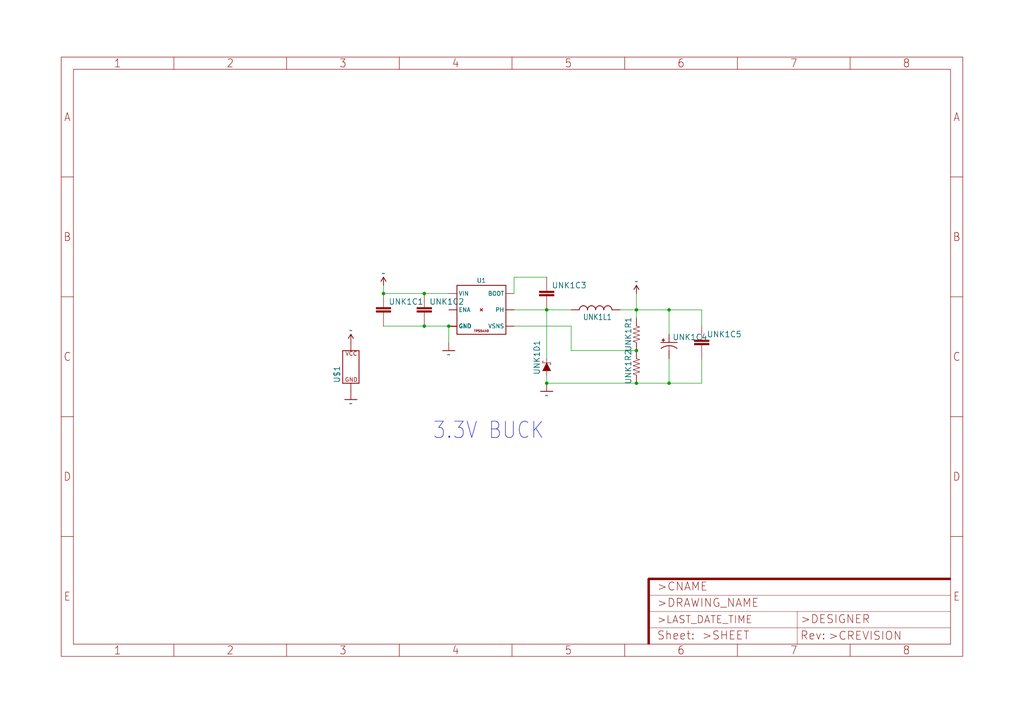
<source format=kicad_sch>
(kicad_sch (version 20211123) (generator eeschema)
  (paper "User" 318.77 225.501)
  (lib_symbols
    (symbol "layer1-eagle-import:100UF-POLAR-EIA7343-10V-10%(TANT)"
      (property "Reference" "C" (at 1.016 0.635 0))
      (property "Value" "100UF-POLAR-EIA7343-10V-10%(TANT)" (at 1.016 -4.191 0))
      (symbol "100UF-POLAR-EIA7343-10V-10%(TANT)_1_0"
        (rectangle (start -2.253 0.668) (end -1.364 0.795) (fill (type outline)))
        (rectangle (start -1.872 0.287) (end -1.745 1.176) (fill (type outline)))
        (arc (start 0 -1.0161) (mid -1.3021 -1.2302) (end -2.4669 -1.8504) (stroke (width 0.254)))
        (polyline (pts (xy -2.54 0) (xy 2.54 0)) (stroke (width 0.254)))
        (polyline (pts (xy 0 -1.016) (xy 0 -2.54)) (stroke (width 0.1524)))
        (arc (start 2.4892 -1.8542) (mid 1.3158 -1.2195) (end 0 -1) (stroke (width 0.254)))
        (pin passive line (at 0 2.54 270) (length 2.54) (name "+") (number "A"))
        (pin passive line (at 0 -5.08 90) (length 2.54) (name "-") (number "C"))
      )
    )
    (symbol "layer1-eagle-import:3.3V" (power)
      (property "Value" "3.3V" (at 0 2.794 0))
      (symbol "3.3V_1_0"
        (polyline (pts (xy 0 2.54) (xy -0.762 1.27)) (stroke (width 0.254)))
        (polyline (pts (xy 0.762 1.27) (xy 0 2.54)) (stroke (width 0.254)))
        (pin power_in line (at 0 0 90) (length 2.54) (name "3.3V") (number "1"))
      )
    )
    (symbol "layer1-eagle-import:CAPACITOR0603"
      (property "Reference" "C" (at 1.524 2.54 0))
      (property "Value" "CAPACITOR0603" (at 1.524 -2.54 0))
      (symbol "CAPACITOR0603_1_0"
        (rectangle (start -2.286 -0.762) (end 2.286 -0.254) (fill (type outline)))
        (rectangle (start -2.286 0.254) (end 2.286 0.762) (fill (type outline)))
        (polyline (pts (xy 0 -0.762) (xy 0 -5.08)) (stroke (width 0.1524)))
        (polyline (pts (xy 0 5.08) (xy 0 0.762)) (stroke (width 0.1524)))
        (pin passive line (at 0 5.08 270) (length 0) (name "1") (number "1"))
        (pin passive line (at 0 -5.08 90) (length 0) (name "2") (number "2"))
      )
    )
    (symbol "layer1-eagle-import:CAPACITOR1210"
      (property "Reference" "C" (at 1.524 2.54 0))
      (property "Value" "CAPACITOR1210" (at 1.524 -2.54 0))
      (symbol "CAPACITOR1210_1_0"
        (rectangle (start -2.286 -0.762) (end 2.286 -0.254) (fill (type outline)))
        (rectangle (start -2.286 0.254) (end 2.286 0.762) (fill (type outline)))
        (polyline (pts (xy 0 -0.762) (xy 0 -5.08)) (stroke (width 0.1524)))
        (polyline (pts (xy 0 5.08) (xy 0 0.762)) (stroke (width 0.1524)))
        (pin passive line (at 0 5.08 270) (length 0) (name "1") (number "1"))
        (pin passive line (at 0 -5.08 90) (length 0) (name "2") (number "2"))
      )
    )
    (symbol "layer1-eagle-import:DIODE-SCHOTTKY"
      (property "Reference" "D" (at -2.54 2.032 0))
      (property "Value" "DIODE-SCHOTTKY" (at -2.54 -2.032 0))
      (symbol "DIODE-SCHOTTKY_1_0"
        (polyline (pts (xy -2.54 0) (xy -1.27 0)) (stroke (width 0.1524)))
        (polyline (pts (xy 0.762 -1.27) (xy 0.762 -1.016)) (stroke (width 0.1524)))
        (polyline (pts (xy 1.27 -1.27) (xy 0.762 -1.27)) (stroke (width 0.1524)))
        (polyline (pts (xy 1.27 0) (xy 1.27 -1.27)) (stroke (width 0.1524)))
        (polyline (pts (xy 1.27 1.27) (xy 1.27 0)) (stroke (width 0.1524)))
        (polyline (pts (xy 1.27 1.27) (xy 1.778 1.27)) (stroke (width 0.1524)))
        (polyline (pts (xy 1.778 1.27) (xy 1.778 1.016)) (stroke (width 0.1524)))
        (polyline (pts (xy 2.54 0) (xy 1.27 0)) (stroke (width 0.1524)))
        (polyline (pts (xy -1.27 1.27) (xy 1.27 0) (xy -1.27 -1.27)) (fill (type outline)))
        (pin passive line (at -2.54 0 0) (length 0) (name "A") (number "A"))
        (pin passive line (at 2.54 0 180) (length 0) (name "C") (number "C"))
      )
    )
    (symbol "layer1-eagle-import:FRAME-A4L"
      (symbol "FRAME-A4L_0_0"
        (polyline (pts (xy -3.81 33.528) (xy 0 33.528)))
        (polyline (pts (xy -3.81 70.866) (xy 0 70.866)))
        (polyline (pts (xy -3.81 108.204) (xy 0 108.204)))
        (polyline (pts (xy -3.81 145.542) (xy 0 145.542)))
        (polyline (pts (xy 0 0) (xy 0 179.07)))
        (polyline (pts (xy 31.2738 -3.81) (xy 31.2738 0)))
        (polyline (pts (xy 31.2738 179.07) (xy 31.2738 182.88)))
        (polyline (pts (xy 66.3575 -3.81) (xy 66.3575 0)))
        (polyline (pts (xy 66.3575 179.07) (xy 66.3575 182.88)))
        (polyline (pts (xy 101.4413 -3.81) (xy 101.4413 0)))
        (polyline (pts (xy 101.4413 179.07) (xy 101.4413 182.88)))
        (polyline (pts (xy 136.525 -3.81) (xy 136.525 0)))
        (polyline (pts (xy 136.525 179.07) (xy 136.525 182.88)))
        (polyline (pts (xy 171.6088 -3.81) (xy 171.6088 0)))
        (polyline (pts (xy 171.6088 179.07) (xy 171.6088 182.88)))
        (polyline (pts (xy 206.6925 -3.81) (xy 206.6925 0)))
        (polyline (pts (xy 206.6925 179.07) (xy 206.6925 182.88)))
        (polyline (pts (xy 241.7763 -3.81) (xy 241.7763 0)))
        (polyline (pts (xy 241.7763 179.07) (xy 241.7763 182.88)))
        (polyline (pts (xy 273.05 0) (xy 0 0)))
        (polyline (pts (xy 273.05 0) (xy 273.05 179.07)))
        (polyline (pts (xy 273.05 33.528) (xy 276.86 33.528)))
        (polyline (pts (xy 273.05 70.866) (xy 276.86 70.866)))
        (polyline (pts (xy 273.05 108.204) (xy 276.86 108.204)))
        (polyline (pts (xy 273.05 145.542) (xy 276.86 145.542)))
        (polyline (pts (xy 273.05 179.07) (xy 0 179.07)))
        (polyline (pts (xy -3.81 -3.81) (xy 276.86 -3.81) (xy 276.86 182.88) (xy -3.81 182.88) (xy -3.81 -3.81)))
        (text "1" (at 13.7319 -1.905 0) (effects (font (size 2.54 2.286))))
        (text "1" (at 13.7319 180.975 0) (effects (font (size 2.54 2.286))))
        (text "2" (at 48.8156 -1.905 0) (effects (font (size 2.54 2.286))))
        (text "2" (at 48.8156 180.975 0) (effects (font (size 2.54 2.286))))
        (text "3" (at 83.8994 -1.905 0) (effects (font (size 2.54 2.286))))
        (text "3" (at 83.8994 180.975 0) (effects (font (size 2.54 2.286))))
        (text "4" (at 118.9831 -1.905 0) (effects (font (size 2.54 2.286))))
        (text "4" (at 118.9831 180.975 0) (effects (font (size 2.54 2.286))))
        (text "5" (at 154.0669 -1.905 0) (effects (font (size 2.54 2.286))))
        (text "5" (at 154.0669 180.975 0) (effects (font (size 2.54 2.286))))
        (text "6" (at 189.1506 -1.905 0) (effects (font (size 2.54 2.286))))
        (text "6" (at 189.1506 180.975 0) (effects (font (size 2.54 2.286))))
        (text "7" (at 224.2344 -1.905 0) (effects (font (size 2.54 2.286))))
        (text "7" (at 224.2344 180.975 0) (effects (font (size 2.54 2.286))))
        (text "8" (at 259.3181 -1.905 0) (effects (font (size 2.54 2.286))))
        (text "8" (at 259.3181 180.975 0) (effects (font (size 2.54 2.286))))
        (text "A" (at -1.905 164.211 0) (effects (font (size 2.54 2.286))))
        (text "A" (at 274.955 164.211 0) (effects (font (size 2.54 2.286))))
        (text "B" (at -1.905 126.873 0) (effects (font (size 2.54 2.286))))
        (text "B" (at 274.955 126.873 0) (effects (font (size 2.54 2.286))))
        (text "C" (at -1.905 89.535 0) (effects (font (size 2.54 2.286))))
        (text "C" (at 274.955 89.535 0) (effects (font (size 2.54 2.286))))
        (text "D" (at -1.905 52.197 0) (effects (font (size 2.54 2.286))))
        (text "D" (at 274.955 52.197 0) (effects (font (size 2.54 2.286))))
        (text "E" (at -1.905 14.859 0) (effects (font (size 2.54 2.286))))
        (text "E" (at 274.955 14.859 0) (effects (font (size 2.54 2.286))))
      )
      (symbol "FRAME-A4L_1_0"
        (polyline (pts (xy 179.07 10.16) (xy 225.29 10.16)) (stroke (width 0.1016)))
        (polyline (pts (xy 179.07 15.24) (xy 273.05 15.24)) (stroke (width 0.1016)))
        (polyline (pts (xy 179.07 19.05) (xy 179.07 20.32)) (stroke (width 0.6096)))
        (polyline (pts (xy 179.07 20.32) (xy 180.34 20.32)) (stroke (width 0.6096)))
        (polyline (pts (xy 225.29 -0.1) (xy 225.29 5.08)) (stroke (width 0.1016)))
        (polyline (pts (xy 225.29 5.08) (xy 179.07 5.08)) (stroke (width 0.1016)))
        (polyline (pts (xy 225.29 5.08) (xy 225.29 10.16)) (stroke (width 0.1016)))
        (polyline (pts (xy 225.29 5.08) (xy 273.05 5.08)) (stroke (width 0.1016)))
        (polyline (pts (xy 225.29 10.16) (xy 273.05 10.16)) (stroke (width 0.1016)))
        (rectangle (start 178.7652 0) (end 179.3748 20.32) (fill (type outline)))
        (rectangle (start 179.07 20.6248) (end 273.05 20.0152) (fill (type outline)))
        (text ">CNAME" (at 181.61 16.51 0) (effects (font (size 2.54 2.54)) (justify left bottom)))
        (text ">CREVISION" (at 234.92 1.17 0) (effects (font (size 2.54 2.54)) (justify left bottom)))
        (text ">DESIGNER" (at 226.26 6.35 0) (effects (font (size 2.54 2.54)) (justify left bottom)))
        (text ">DRAWING_NAME" (at 181.61 11.43 0) (effects (font (size 2.54 2.54)) (justify left bottom)))
        (text ">LAST_DATE_TIME" (at 181.61 6.35 0) (effects (font (size 2.286 2.286)) (justify left bottom)))
        (text ">SHEET" (at 195.58 1.27 0) (effects (font (size 2.54 2.54)) (justify left bottom)))
        (text "Rev:" (at 226.16 1.27 0) (effects (font (size 2.54 2.54)) (justify left bottom)))
        (text "Sheet:" (at 181.61 1.27 0) (effects (font (size 2.54 2.54)) (justify left bottom)))
      )
    )
    (symbol "layer1-eagle-import:GND" (power)
      (property "Value" "GND" (at 0 -0.254 0))
      (symbol "GND_1_0"
        (polyline (pts (xy -1.905 0) (xy 1.905 0)) (stroke (width 0.254)))
        (pin power_in line (at 0 2.54 270) (length 2.54) (name "GND") (number "1"))
      )
    )
    (symbol "layer1-eagle-import:INDUCTORSWPA8040"
      (property "Reference" "L" (at -1.27 -5.08 90))
      (property "Value" "INDUCTORSWPA8040" (at 3.81 -5.08 90))
      (symbol "INDUCTORSWPA8040_1_0"
        (arc (start 0 -5.08) (mid 0.898 -4.708) (end 1.27 -3.81) (stroke (width 0.254)))
        (arc (start 0 -2.54) (mid 0.898 -2.168) (end 1.27 -1.27) (stroke (width 0.254)))
        (arc (start 0 0) (mid 0.898 0.372) (end 1.27 1.27) (stroke (width 0.254)))
        (arc (start 0 2.54) (mid 0.898 2.912) (end 1.27 3.81) (stroke (width 0.254)))
        (arc (start 1.27 -3.81) (mid 0.898 -2.912) (end 0 -2.54) (stroke (width 0.254)))
        (arc (start 1.27 -1.27) (mid 0.898 -0.372) (end 0 0) (stroke (width 0.254)))
        (arc (start 1.27 1.27) (mid 0.898 2.168) (end 0 2.54) (stroke (width 0.254)))
        (arc (start 1.27 3.81) (mid 0.898 4.708) (end 0 5.08) (stroke (width 0.254)))
        (pin passive line (at 0 7.62 270) (length 2.54) (name "1") (number "P1"))
        (pin passive line (at 0 -7.62 90) (length 2.54) (name "2") (number "P2"))
      )
    )
    (symbol "layer1-eagle-import:RESISTOR0603"
      (property "Reference" "R" (at 0 1.524 0))
      (property "Value" "RESISTOR0603" (at 0 -1.524 0))
      (symbol "RESISTOR0603_1_0"
        (polyline (pts (xy -2.54 0) (xy -2.159 1.016)) (stroke (width 0.1524)))
        (polyline (pts (xy -2.159 1.016) (xy -1.524 -1.016)) (stroke (width 0.1524)))
        (polyline (pts (xy -1.524 -1.016) (xy -0.889 1.016)) (stroke (width 0.1524)))
        (polyline (pts (xy -0.889 1.016) (xy -0.254 -1.016)) (stroke (width 0.1524)))
        (polyline (pts (xy -0.254 -1.016) (xy 0.381 1.016)) (stroke (width 0.1524)))
        (polyline (pts (xy 0.381 1.016) (xy 1.016 -1.016)) (stroke (width 0.1524)))
        (polyline (pts (xy 1.016 -1.016) (xy 1.651 1.016)) (stroke (width 0.1524)))
        (polyline (pts (xy 1.651 1.016) (xy 2.286 -1.016)) (stroke (width 0.1524)))
        (polyline (pts (xy 2.286 -1.016) (xy 2.54 0)) (stroke (width 0.1524)))
        (pin passive line (at -5.08 0 0) (length 2.54) (name "1") (number "1"))
        (pin passive line (at 5.08 0 180) (length 2.54) (name "2") (number "2"))
      )
    )
    (symbol "layer1-eagle-import:TPS54X0"
      (property "Reference" "U" (at 0 9.144 0))
      (property "Value" "TPS54X0" (at 0 -8.89 0))
      (symbol "TPS54X0_1_0"
        (polyline (pts (xy -7.62 -7.62) (xy 7.62 -7.62)) (stroke (width 0.254)))
        (polyline (pts (xy -7.62 7.62) (xy -7.62 -7.62)) (stroke (width 0.254)))
        (polyline (pts (xy 7.62 -7.62) (xy 7.62 7.62)) (stroke (width 0.254)))
        (polyline (pts (xy 7.62 7.62) (xy -7.62 7.62)) (stroke (width 0.254)))
        (text "TPS54X0" (at 0 -6.604 0) (effects (font (size 0.7112 0.7112))))
        (pin output line (at 10.16 5.08 180) (length 2.54) (name "BOOT") (number "1"))
        (pin no_connect line (at 0 0 0) (length 0) (name "NC") (number "2"))
        (pin no_connect line (at 0 0 0) (length 0) (name "NC") (number "3"))
        (pin input line (at 10.16 -5.08 180) (length 2.54) (name "VSNS") (number "4"))
        (pin input line (at -10.16 0 0) (length 2.54) (name "ENA") (number "5"))
        (pin power_in line (at -10.16 -5.08 0) (length 2.54) (name "GND") (number "6"))
        (pin power_in line (at -10.16 5.08 0) (length 2.54) (name "VIN") (number "7"))
        (pin output line (at 10.16 0 180) (length 2.54) (name "PH") (number "8"))
        (pin power_in line (at -10.16 -5.08 0) (length 2.54) (name "GND") (number "9"))
        (pin power_in line (at -10.16 -5.08 0) (length 2.54) (name "GND") (number "P$1"))
        (pin power_in line (at -10.16 -5.08 0) (length 2.54) (name "GND") (number "P$2"))
        (pin power_in line (at -10.16 -5.08 0) (length 2.54) (name "GND") (number "P$3"))
        (pin power_in line (at -10.16 -5.08 0) (length 2.54) (name "GND") (number "P$4"))
        (pin power_in line (at -10.16 -5.08 0) (length 2.54) (name "GND") (number "P$5"))
        (pin power_in line (at -10.16 -5.08 0) (length 2.54) (name "GND") (number "P$6"))
      )
    )
    (symbol "layer1-eagle-import:V_BATT" (power)
      (property "Value" "V_BATT" (at 0 2.794 0))
      (symbol "V_BATT_1_0"
        (polyline (pts (xy 0 2.54) (xy -0.762 1.27)) (stroke (width 0.254)))
        (polyline (pts (xy 0.762 1.27) (xy 0 2.54)) (stroke (width 0.254)))
        (pin power_in line (at 0 0 90) (length 2.54) (name "V_BATT") (number "1"))
      )
    )
    (symbol "layer1-eagle-import:XT60XT60PB-M"
      (property "Value" "XT60XT60PB-M" (at 5.08 -5.08 90))
      (symbol "XT60XT60PB-M_1_0"
        (polyline (pts (xy -2.54 -5.08) (xy -2.54 5.08)) (stroke (width 0.254)))
        (polyline (pts (xy -2.54 5.08) (xy 2.54 5.08)) (stroke (width 0.254)))
        (polyline (pts (xy 2.54 -5.08) (xy -2.54 -5.08)) (stroke (width 0.254)))
        (polyline (pts (xy 2.54 5.08) (xy 2.54 -5.08)) (stroke (width 0.254)))
        (text "GND" (at 0.127 -4.699 0) (effects (font (size 1.27 1.27)) (justify bottom)))
        (text "VCC" (at 0.127 3.429 0) (effects (font (size 1.27 1.27)) (justify bottom)))
        (pin power_in line (at 0 7.62 270) (length 2.54) (name "V+") (number "+"))
        (pin bidirectional line (at 0 -7.62 90) (length 2.54) (name "V-") (number "-"))
      )
    )
  )
  (junction (at 170.18 119.38))
  (junction (at 132.08 91.44))
  (junction (at 208.28 96.52))
  (junction (at 198.12 119.38))
  (junction (at 119.38 91.44))
  (junction (at 198.12 96.52))
  (junction (at 208.28 119.38))
  (junction (at 170.18 96.52))
  (junction (at 198.12 109.22))
  (junction (at 139.7 101.6))
  (junction (at 132.08 101.6))
  (wire (pts (xy 160.02 96.52) (xy 170.18 96.52)))
  (wire (pts (xy 170.18 96.52) (xy 177.8 96.52)))
  (wire (pts (xy 177.8 101.6) (xy 177.8 109.22)))
  (wire (pts (xy 177.8 109.22) (xy 198.12 109.22)))
  (wire (pts (xy 208.28 111.76) (xy 208.28 119.38)))
  (wire (pts (xy 132.08 101.6) (xy 139.7 101.6)))
  (wire (pts (xy 160.02 86.36) (xy 170.18 86.36)))
  (wire (pts (xy 119.38 88.9) (xy 119.38 91.44)))
  (wire (pts (xy 170.18 119.38) (xy 170.18 116.84)))
  (wire (pts (xy 208.28 96.52) (xy 218.44 96.52)))
  (wire (pts (xy 119.38 101.6) (xy 132.08 101.6)))
  (wire (pts (xy 193.04 96.52) (xy 198.12 96.52)))
  (wire (pts (xy 208.28 119.38) (xy 198.12 119.38)))
  (wire (pts (xy 132.08 91.44) (xy 139.7 91.44)))
  (wire (pts (xy 218.44 111.76) (xy 218.44 119.38)))
  (wire (pts (xy 198.12 91.44) (xy 198.12 96.52)))
  (wire (pts (xy 218.44 96.52) (xy 218.44 101.6)))
  (wire (pts (xy 139.7 101.6) (xy 139.7 106.68)))
  (wire (pts (xy 198.12 96.52) (xy 208.28 96.52)))
  (wire (pts (xy 119.38 91.44) (xy 132.08 91.44)))
  (wire (pts (xy 218.44 119.38) (xy 208.28 119.38)))
  (wire (pts (xy 208.28 96.52) (xy 208.28 104.14)))
  (wire (pts (xy 160.02 91.44) (xy 160.02 86.36)))
  (wire (pts (xy 160.02 101.6) (xy 177.8 101.6)))
  (wire (pts (xy 170.18 96.52) (xy 170.18 111.76)))
  (wire (pts (xy 198.12 99.06) (xy 198.12 96.52)))
  (wire (pts (xy 170.18 119.38) (xy 198.12 119.38)))
  (text "3.3V BUCK" (at 134.62 137.16 180) (effects (font (size 5.08 4.318)) (justify left bottom)))
  (symbol (lib_id "layer1-eagle-import:V_BATT") (at 119.38 88.9 0) (unit 1)
    (property "Reference" "#SUPPLY4" (effects hide))
  )
  (symbol (lib_id "layer1-eagle-import:XT60XT60PB-M") (at 109.22 114.3 0) (unit 1)
    (property "Reference" "U$1" (at 105.918 119.38 90) (effects (font (size 1.778 1.778)) (justify left bottom)))
  )
  (symbol (lib_id "layer1-eagle-import:GND") (at 170.18 121.92 0) (unit 1)
    (property "Reference" "#GND5" (effects hide))
  )
  (symbol (lib_id "layer1-eagle-import:GND") (at 109.22 124.46 0) (unit 1)
    (property "Reference" "#GND1" (effects hide))
  )
  (symbol (lib_id "layer1-eagle-import:CAPACITOR0603") (at 218.44 106.68 0) (unit 1)
    (property "Reference" "UNK1C5" (at 219.964 104.14 0) (effects (font (size 1.778 1.778)) (justify left)))
  )
  (symbol (lib_id "layer1-eagle-import:RESISTOR0603") (at 198.12 114.3 90) (unit 1)
    (property "Reference" "UNK1R2" (at 196.596 114.3 0) (effects (font (size 1.778 1.778)) (justify bottom)))
  )
  (symbol (lib_id "layer1-eagle-import:FRAME-A4L") (at 22.86 200.66 0) (unit 1)
    (property "Reference" "#FRAME1" (effects hide))
  )
  (symbol (lib_id "layer1-eagle-import:CAPACITOR0603") (at 170.18 91.44 0) (unit 1)
    (property "Reference" "UNK1C3" (at 171.704 88.9 0) (effects (font (size 1.778 1.778)) (justify left)))
  )
  (symbol (lib_id "layer1-eagle-import:3.3V") (at 198.12 91.44 0) (unit 1)
    (property "Reference" "#SUPPLY5" (effects hide))
  )
  (symbol (lib_id "layer1-eagle-import:V_BATT") (at 109.22 106.68 0) (unit 1)
    (property "Reference" "#SUPPLY1" (effects hide))
  )
  (symbol (lib_id "layer1-eagle-import:TPS54X0") (at 149.86 96.52 0) (unit 1)
    (property "Reference" "U1" (at 149.86 87.376 0) (effects (font (size 1.397 1.397))))
  )
  (symbol (lib_id "layer1-eagle-import:100UF-POLAR-EIA7343-10V-10%(TANT)") (at 208.28 106.68 0) (unit 1)
    (property "Reference" "UNK1C4" (at 209.296 106.045 0) (effects (font (size 1.778 1.778)) (justify left bottom)))
  )
  (symbol (lib_id "layer1-eagle-import:GND") (at 139.7 109.22 0) (unit 1)
    (property "Reference" "#GND4" (effects hide))
  )
  (symbol (lib_id "layer1-eagle-import:RESISTOR0603") (at 198.12 104.14 90) (unit 1)
    (property "Reference" "UNK1R1" (at 196.596 104.14 0) (effects (font (size 1.778 1.778)) (justify bottom)))
  )
  (symbol (lib_id "layer1-eagle-import:DIODE-SCHOTTKY") (at 170.18 114.3 90) (unit 1)
    (property "Reference" "UNK1D1" (at 168.148 116.84 0) (effects (font (size 1.778 1.778)) (justify left bottom)))
  )
  (symbol (lib_id "layer1-eagle-import:CAPACITOR0603") (at 119.38 96.52 0) (unit 1)
    (property "Reference" "UNK1C1" (at 120.904 93.98 0) (effects (font (size 1.778 1.778)) (justify left)))
  )
  (symbol (lib_id "layer1-eagle-import:CAPACITOR1210") (at 132.08 96.52 0) (unit 1)
    (property "Reference" "UNK1C2" (at 133.604 93.98 0) (effects (font (size 1.778 1.778)) (justify left)))
  )
  (symbol (lib_id "layer1-eagle-import:INDUCTORSWPA8040") (at 185.42 96.52 90) (unit 1)
    (property "Reference" "UNK1L1" (at 190.5 97.79 90) (effects (font (size 1.778 1.5113)) (justify left bottom)))
  )
)
</source>
